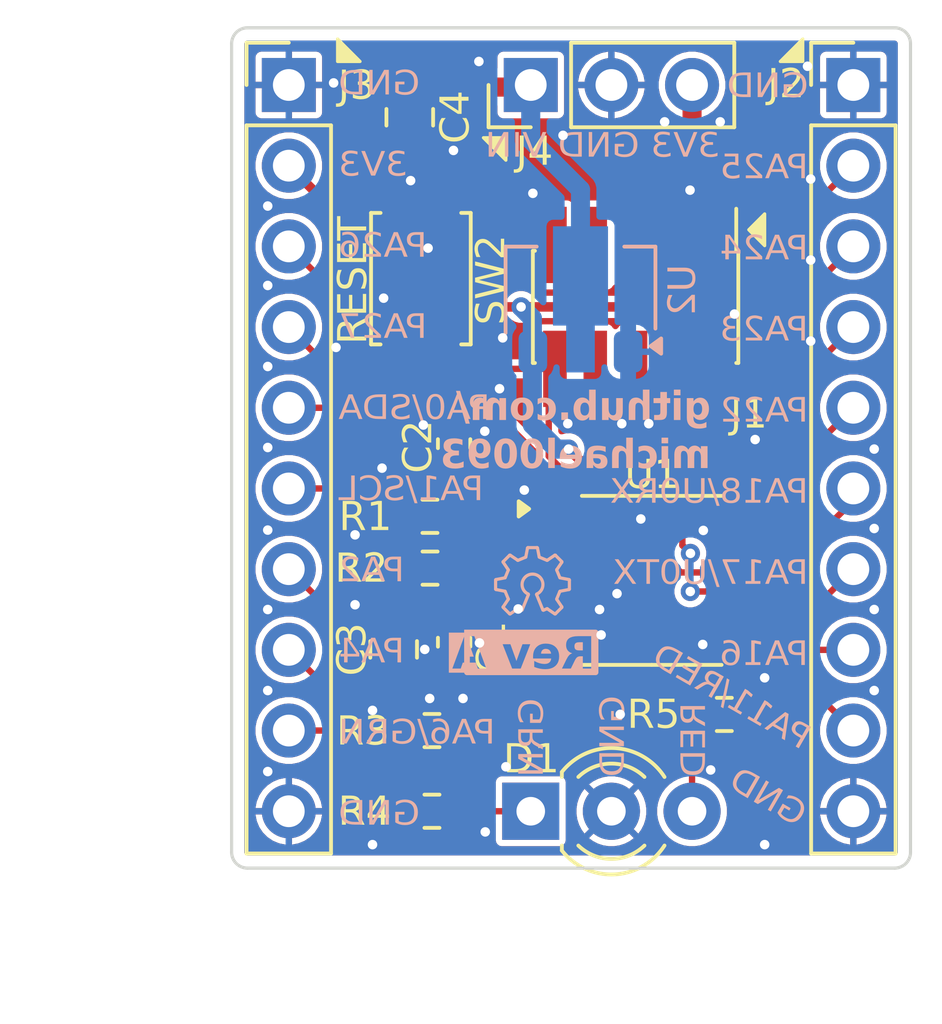
<source format=kicad_pcb>
(kicad_pcb (version 20241229) (generator "pcbnew") (generator_version "9.0")
  (layers (0 "F.Cu" signal) (2 "B.Cu" signal) (13 "F.Paste" user) (15 "B.Paste" user) (5 "F.SilkS" user "F.Silkscreen") (7 "B.SilkS" user "B.Silkscreen") (1 "F.Mask" user) (3 "B.Mask" user) (25 "Edge.Cuts" user))
  (net 0 "")
  (net 1 "+3.3V")
  (net 2 "GND")
  (net 3 "Net-(U1-VCORE)")
  (net 4 "VIN")
  (net 5 "Net-(D1-A2)")
  (net 6 "Net-(D1-A1)")
  (net 7 "Net-(J1-SWCLK{slash}TCK)")
  (net 8 "Net-(J1-SWDIO{slash}TMS)")
  (net 10 "/I2C0_SCL")
  (net 14 "/PA23")
  (net 15 "/PA25")
  (net 16 "/PA22")
  (net 17 "/UART0_TX")
  (net 18 "/PA26")
  (net 19 "/UART0_RX")
  (net 20 "/PA24")
  (net 21 "/PA16")
  (net 22 "/PA4")
  (net 23 "/PA2")
  (net 24 "/LED-RED")
  (net 25 "/PA27")
  (net 26 "/LED-GRN")
  (net 27 "/I2C0_SDA")
  (footprint "Capacitor_SMD:C_0805_2012Metric" (layer "F.Cu") (at 147.0152 94.255363 -90)
    (property "Reference" "C3" (at 0 1.2652 90) (layer "F.SilkS") (effects (font (size 0.9 0.9) (thickness 0.8))))
    (property "Value" "10uF")
    (fp_line (start -0.261253 0.735) (end 0.261253 0.735) (stroke (width 0.12)) (layer "F.SilkS"))
    (fp_line (start -0.261253 -0.735) (end 0.261253 -0.735) (stroke (width 0.12)) (layer "F.SilkS"))
    (pad "1" smd roundrect (at -0.949999 0 270) (size 1 1.45) (layers "F.Cu" "F.Mask" "F.Paste") (net 1 "+3.3V"))
    (pad "2" smd roundrect (at 0.949999 0 270) (size 1 1.45) (layers "F.Cu" "F.Mask" "F.Paste") (net 2 "GND"))
  )
  (footprint "Connector_PinHeader_2.54mm:PinHeader_1x03_P2.54mm_Vertical" (layer "F.Cu") (at 151.3332 76.48973 90)
    (property "Reference" "J4" (at -2.13527 0.1168 180) (layer "F.SilkS") (effects (font (size 0.9 0.9) (thickness 0.8))))
    (property "Value" "Conn_01x03_Pin")
    (fp_line (start -1.33 -1.33) (end 0 -1.33) (stroke (width 0.12)) (layer "F.SilkS"))
    (fp_line (start -1.33 0) (end -1.33 -1.33) (stroke (width 0.12)) (layer "F.SilkS"))
    (fp_line (start 1.33 1.270001) (end 1.33 6.409999) (stroke (width 0.12)) (layer "F.SilkS"))
    (fp_line (start -1.33 1.270001) (end 1.33 1.270001) (stroke (width 0.12)) (layer "F.SilkS"))
    (fp_line (start -1.33 1.270001) (end -1.33 6.409999) (stroke (width 0.12)) (layer "F.SilkS"))
    (fp_line (start -1.33 6.409999) (end 1.33 6.409999) (stroke (width 0.12)) (layer "F.SilkS"))
    (pad "1" thru_hole rect (at 0 0 90) (size 1.7 1.7) (drill 1) (layers "*.Cu" "*.Mask") (net 4 "VIN"))
    (pad "2" thru_hole oval (at 0 2.54 90) (size 1.7 1.7) (drill 1) (layers "*.Cu" "*.Mask") (net 2 "GND"))
    (pad "3" thru_hole oval (at 0 5.079999 90) (size 1.7 1.7) (drill 1) (layers "*.Cu" "*.Mask") (net 1 "+3.3V"))
  )
  (footprint "Button_Switch_SMD:SW_Push_SPST_NO_Alps_SKRK" (layer "F.Cu") (at 147.873458 82.58573 -90)
    (property "Reference" "SW2" (at 0.03927 -2.25 90) (layer "F.SilkS") (effects (font (size 0.9 0.9) (thickness 0.8))))
    (property "Value" "SW_Push")
    (fp_line (start -2.07 1.57) (end -2.07 1.270001) (stroke (width 0.12)) (layer "F.SilkS"))
    (fp_line (start 2.07 1.57) (end -2.07 1.57) (stroke (width 0.12)) (layer "F.SilkS"))
    (fp_line (start 2.07 1.270001) (end 2.07 1.57) (stroke (width 0.12)) (layer "F.SilkS"))
    (fp_line (start -2.07 -1.270001) (end -2.07 -1.57) (stroke (width 0.12)) (layer "F.SilkS"))
    (fp_line (start -2.07 -1.57) (end 2.07 -1.57) (stroke (width 0.12)) (layer "F.SilkS"))
    (fp_line (start 2.07 -1.57) (end 2.07 -1.270001) (stroke (width 0.12)) (layer "F.SilkS"))
    (pad "1" smd roundrect (at -2.1 0 270) (size 0.8 2) (layers "F.Cu" "F.Mask" "F.Paste") (net 2 "GND"))
    (pad "2" smd roundrect (at 2.1 0 270) (size 0.8 2) (layers "F.Cu" "F.Mask" "F.Paste") (net 10 "/I2C0_SCL"))
  )
  (footprint "LED_THT:LED_D3.0mm-3" (layer "F.Cu") (at 151.3332 99.34973)
    (property "Reference" "D1" (at 0.0168 -1.59973 0) (layer "F.SilkS") (effects (font (size 0.9 0.9) (thickness 0.8))))
    (property "Value" "LED_Dual_AKA")
    (fp_line (start 0.98 -1.236) (end 0.98 -1.08) (stroke (width 0.12)) (layer "F.SilkS"))
    (fp_line (start 0.98 1.08) (end 0.98 1.236) (stroke (width 0.12)) (layer "F.SilkS"))
    (fp_arc (start 0.98 -1.235516) (mid 2.636487 -1.987659) (end 4.212335 -1.078608) (stroke (width 0.12)) (layer "F.SilkS"))
    (fp_arc (start 1.499039 -1.08) (mid 2.540117 -1.5) (end 3.58113 -1.079837) (stroke (width 0.12)) (layer "F.SilkS"))
    (fp_arc (start 3.58113 1.079837) (mid 2.540117 1.5) (end 1.499039 1.08) (stroke (width 0.12)) (layer "F.SilkS"))
    (fp_arc (start 4.212335 1.078608) (mid 2.636487 1.987659) (end 0.98 1.235516) (stroke (width 0.12)) (layer "F.SilkS"))
    (pad "1" thru_hole rect (at 0 0) (size 1.8 1.8) (drill 0.9) (layers "*.Cu" "*.Mask") (net 6 "Net-(D1-A1)"))
    (pad "2" thru_hole circle (at 2.54 0) (size 1.8 1.8) (drill 0.9) (layers "*.Cu" "*.Mask") (net 2 "GND"))
    (pad "3" thru_hole circle (at 5.08 0) (size 1.8 1.8) (drill 0.9) (layers "*.Cu" "*.Mask") (net 5 "Net-(D1-A2)"))
  )
  (footprint "Package_SO:TSSOP-20_4.4x5mm_P0.5mm" (layer "F.Cu") (at 155.1432 92.08273)
    (property "Reference" "U1" (at 0.0068 -3.28273 0) (layer "F.SilkS") (effects (font (size 0.9 0.9) (thickness 0.8))))
    (property "Value" "MSPM0C1105")
    (fp_line (start 0 -2.66) (end -2.2 -2.66) (stroke (width 0.12)) (layer "F.SilkS"))
    (fp_line (start 0 -2.66) (end 2.2 -2.66) (stroke (width 0.12)) (layer "F.SilkS"))
    (fp_line (start 0 2.66) (end -2.2 2.66) (stroke (width 0.12)) (layer "F.SilkS"))
    (fp_line (start 0 2.66) (end 2.2 2.66) (stroke (width 0.12)) (layer "F.SilkS"))
    (fp_poly (pts (xy -3.86 -2.25) (xy -4.19 -2.49) (xy -4.19 -2.01) (xy -3.86 -2.25)) (stroke (width 0.12)) (fill yes) (layer "F.SilkS"))
    (pad "1" smd roundrect (at -2.8625 -2.25) (size 1.475 0.3) (layers "F.Cu" "F.Mask" "F.Paste") (net 18 "/PA26"))
    (pad "2" smd roundrect (at -2.8625 -1.75) (size 1.475 0.3) (layers "F.Cu" "F.Mask" "F.Paste") (net 25 "/PA27"))
    (pad "3" smd roundrect (at -2.8625 -1.25) (size 1.475 0.3) (layers "F.Cu" "F.Mask" "F.Paste") (net 3 "Net-(U1-VCORE)"))
    (pad "4" smd roundrect (at -2.8625 -0.75) (size 1.475 0.3) (layers "F.Cu" "F.Mask" "F.Paste") (net 27 "/I2C0_SDA"))
    (pad "5" smd roundrect (at -2.8625 -0.25) (size 1.475 0.3) (layers "F.Cu" "F.Mask" "F.Paste") (net 10 "/I2C0_SCL"))
    (pad "6" smd roundrect (at -2.8625 0.25) (size 1.475 0.3) (layers "F.Cu" "F.Mask" "F.Paste") (net 1 "+3.3V"))
    (pad "7" smd roundrect (at -2.8625 0.75) (size 1.475 0.3) (layers "F.Cu" "F.Mask" "F.Paste") (net 2 "GND"))
    (pad "8" smd roundrect (at -2.8625 1.25) (size 1.475 0.3) (layers "F.Cu" "F.Mask" "F.Paste") (net 23 "/PA2"))
    (pad "9" smd roundrect (at -2.8625 1.75) (size 1.475 0.3) (layers "F.Cu" "F.Mask" "F.Paste") (net 22 "/PA4"))
    (pad "10" smd roundrect (at -2.8625 2.25) (size 1.475 0.3) (layers "F.Cu" "F.Mask" "F.Paste") (net 26 "/LED-GRN"))
    (pad "11" smd roundrect (at 2.8625 2.25) (size 1.475 0.3) (layers "F.Cu" "F.Mask" "F.Paste") (net 24 "/LED-RED"))
    (pad "12" smd roundrect (at 2.8625 1.75) (size 1.475 0.3) (layers "F.Cu" "F.Mask" "F.Paste") (net 21 "/PA16"))
    (pad "13" smd roundrect (at 2.8625 1.25) (size 1.475 0.3) (layers "F.Cu" "F.Mask" "F.Paste") (net 17 "/UART0_TX"))
    (pad "14" smd roundrect (at 2.8625 0.75) (size 1.475 0.3) (layers "F.Cu" "F.Mask" "F.Paste") (net 19 "/UART0_RX"))
    (pad "15" smd roundrect (at 2.8625 0.25) (size 1.475 0.3) (layers "F.Cu" "F.Mask" "F.Paste") (net 8 "Net-(J1-SWDIO{slash}TMS)"))
    (pad "16" smd roundrect (at 2.8625 -0.25) (size 1.475 0.3) (layers "F.Cu" "F.Mask" "F.Paste") (net 7 "Net-(J1-SWCLK{slash}TCK)"))
    (pad "17" smd roundrect (at 2.8625 -0.75) (size 1.475 0.3) (layers "F.Cu" "F.Mask" "F.Paste") (net 16 "/PA22"))
    (pad "18" smd roundrect (at 2.8625 -1.25) (size 1.475 0.3) (layers "F.Cu" "F.Mask" "F.Paste") (net 14 "/PA23"))
    (pad "19" smd roundrect (at 2.8625 -1.75) (size 1.475 0.3) (layers "F.Cu" "F.Mask" "F.Paste") (net 20 "/PA24"))
    (pad "20" smd roundrect (at 2.8625 -2.25) (size 1.475 0.3) (layers "F.Cu" "F.Mask" "F.Paste") (net 15 "/PA25"))
  )
  (footprint "Capacitor_SMD:C_0805_2012Metric" (layer "F.Cu") (at 147.5232 77.50573 -90)
    (property "Reference" "C4" (at -0.00573 -1.4768 90) (layer "F.SilkS") (effects (font (size 0.9 0.9) (thickness 0.8))))
    (property "Value" "10uF")
    (fp_line (start -0.261253 0.735) (end 0.261253 0.735) (stroke (width 0.12)) (layer "F.SilkS"))
    (fp_line (start -0.261253 -0.735) (end 0.261253 -0.735) (stroke (width 0.12)) (layer "F.SilkS"))
    (pad "1" smd roundrect (at -0.949999 0 270) (size 1 1.45) (layers "F.Cu" "F.Mask" "F.Paste") (net 4 "VIN"))
    (pad "2" smd roundrect (at 0.949999 0 270) (size 1 1.45) (layers "F.Cu" "F.Mask" "F.Paste") (net 2 "GND"))
  )
  (footprint "Resistor_SMD:R_0603_1608Metric" (layer "F.Cu") (at 148.2222 99.34973 180)
    (property "Reference" "R4" (at 2.1222 -0.05027 0) (layer "F.SilkS") (effects (font (size 0.9 0.9) (thickness 0.8))))
    (property "Value" "150R")
    (fp_line (start -0.237258 0.5225) (end 0.237258 0.5225) (stroke (width 0.12)) (layer "F.SilkS"))
    (fp_line (start -0.237258 -0.5225) (end 0.237258 -0.5225) (stroke (width 0.12)) (layer "F.SilkS"))
    (pad "1" smd roundrect (at -0.825 0 180) (size 0.8 0.95) (layers "F.Cu" "F.Mask" "F.Paste") (net 6 "Net-(D1-A1)"))
    (pad "2" smd roundrect (at 0.825 0 180) (size 0.8 0.95) (layers "F.Cu" "F.Mask" "F.Paste") (net 26 "/LED-GRN"))
  )
  (footprint "Resistor_SMD:R_0603_1608Metric" (layer "F.Cu") (at 157.4292 96.30173)
    (property "Reference" "R5" (at -2.2292 0.04827 0) (layer "F.SilkS") (effects (font (size 0.9 0.9) (thickness 0.8))))
    (property "Value" "180R")
    (fp_line (start -0.237258 -0.5225) (end 0.237258 -0.5225) (stroke (width 0.12)) (layer "F.SilkS"))
    (fp_line (start -0.237258 0.5225) (end 0.237258 0.5225) (stroke (width 0.12)) (layer "F.SilkS"))
    (pad "1" smd roundrect (at -0.825 0) (size 0.8 0.95) (layers "F.Cu" "F.Mask" "F.Paste") (net 5 "Net-(D1-A2)"))
    (pad "2" smd roundrect (at 0.825 0) (size 0.8 0.95) (layers "F.Cu" "F.Mask" "F.Paste") (net 24 "/LED-RED"))
  )
  (footprint "Capacitor_SMD:C_0603_1608Metric" (layer "F.Cu") (at 148.9202 87.77973 90)
    (property "Reference" "C2" (at -0.09527 -1.0952 90) (layer "F.SilkS") (effects (font (size 0.9 0.9) (thickness 0.8))))
    (property "Value" "0.47uF")
    (fp_line (start -0.140581 -0.51) (end 0.140581 -0.51) (stroke (width 0.12)) (layer "F.SilkS"))
    (fp_line (start -0.140581 0.51) (end 0.140581 0.51) (stroke (width 0.12)) (layer "F.SilkS"))
    (pad "1" smd roundrect (at -0.775 0 90) (size 0.9 0.95) (layers "F.Cu" "F.Mask" "F.Paste") (net 3 "Net-(U1-VCORE)"))
    (pad "2" smd roundrect (at 0.775 0 90) (size 0.9 0.95) (layers "F.Cu" "F.Mask" "F.Paste") (net 2 "GND"))
  )
  (footprint "Capacitor_SMD:C_0603_1608Metric" (layer "F.Cu") (at 148.9202 94.02873 -90)
    (property "Reference" "C1" (at 0.17127 -1.2298 90) (layer "F.SilkS") (effects (font (size 0.9 0.9) (thickness 0.8))))
    (property "Value" "100nF")
    (fp_line (start -0.140581 0.51) (end 0.140581 0.51) (stroke (width 0.12)) (layer "F.SilkS"))
    (fp_line (start -0.140581 -0.51) (end 0.140581 -0.51) (stroke (width 0.12)) (layer "F.SilkS"))
    (pad "1" smd roundrect (at -0.775 0 270) (size 0.9 0.95) (layers "F.Cu" "F.Mask" "F.Paste") (net 1 "+3.3V"))
    (pad "2" smd roundrect (at 0.775 0 270) (size 0.9 0.95) (layers "F.Cu" "F.Mask" "F.Paste") (net 2 "GND"))
  )
  (footprint "Resistor_SMD:R_0603_1608Metric" (layer "F.Cu") (at 148.2222 96.80973)
    (property "Reference" "R3" (at -2.1722 0.06527 0) (layer "F.SilkS") (effects (font (size 0.9 0.9) (thickness 0.8))))
    (property "Value" "NF")
    (fp_line (start -0.237258 -0.5225) (end 0.237258 -0.5225) (stroke (width 0.12)) (layer "F.SilkS"))
    (fp_line (start -0.237258 0.5225) (end 0.237258 0.5225) (stroke (width 0.12)) (layer "F.SilkS"))
    (pad "1" smd roundrect (at -0.825 0) (size 0.8 0.95) (layers "F.Cu" "F.Mask" "F.Paste") (net 2 "GND"))
    (pad "2" smd roundrect (at 0.825 0) (size 0.8 0.95) (layers "F.Cu" "F.Mask" "F.Paste") (net 23 "/PA2"))
  )
  (footprint "Connector_PinHeader_1.27mm:PinHeader_2x05_P1.27mm_Vertical_SMD" (layer "F.Cu") (at 154.6352 83.47473 -90)
    (property "Reference" "J1" (at 3.42527 -3.5648 0) (layer "F.SilkS") (effects (font (size 0.9 0.9) (thickness 0.8))))
    (property "Value" "Conn_ARM_JTAG_SWD_10")
    (fp_line (start -1.765 3.235) (end 1.765 3.235) (stroke (width 0.12)) (layer "F.SilkS"))
    (fp_line (start -1.765 3.17) (end -1.765 3.235) (stroke (width 0.12)) (layer "F.SilkS"))
    (fp_line (start 1.765 3.17) (end 1.765 3.235) (stroke (width 0.12)) (layer "F.SilkS"))
    (fp_line (start -3.09 -3.17) (end -1.765 -3.17) (stroke (width 0.12)) (layer "F.SilkS"))
    (fp_line (start -1.765 -3.235) (end -1.765 -3.17) (stroke (width 0.12)) (layer "F.SilkS"))
    (fp_line (start -1.765 -3.235) (end 1.765 -3.235) (stroke (width 0.12)) (layer "F.SilkS"))
    (fp_line (start 1.765 -3.235) (end 1.765 -3.17) (stroke (width 0.12)) (layer "F.SilkS"))
    (pad "1" smd rect (at -1.95 -2.54 270) (size 2.4 0.74) (layers "F.Cu" "F.Mask" "F.Paste") (net 1 "+3.3V"))
    (pad "2" smd rect (at 1.95 -2.54 270) (size 2.4 0.74) (layers "F.Cu" "F.Mask" "F.Paste") (net 8 "Net-(J1-SWDIO{slash}TMS)"))
    (pad "3" smd rect (at -1.95 -1.27 270) (size 2.4 0.74) (layers "F.Cu" "F.Mask" "F.Paste") (net 2 "GND"))
    (pad "4" smd rect (at 1.95 -1.27 270) (size 2.4 0.74) (layers "F.Cu" "F.Mask" "F.Paste") (net 7 "Net-(J1-SWCLK{slash}TCK)"))
    (pad "5" smd rect (at -1.95 0 270) (size 2.4 0.74) (layers "F.Cu" "F.Mask" "F.Paste") (net 2 "GND"))
    (pad "6" smd rect (at 1.95 0 270) (size 2.4 0.74) (layers "F.Cu" "F.Mask" "F.Paste"))
    (pad "7" smd rect (at -1.95 1.27 270) (size 2.4 0.74) (layers "F.Cu" "F.Mask" "F.Paste"))
    (pad "8" smd rect (at 1.95 1.27 270) (size 2.4 0.74) (layers "F.Cu" "F.Mask" "F.Paste"))
    (pad "9" smd rect (at -1.95 2.54 270) (size 2.4 0.74) (layers "F.Cu" "F.Mask" "F.Paste"))
    (pad "10" smd rect (at 1.95 2.54 270) (size 2.4 0.74) (layers "F.Cu" "F.Mask" "F.Paste") (net 10 "/I2C0_SCL"))
  )
  (footprint "Resistor_SMD:R_0603_1608Metric" (layer "F.Cu") (at 148.161941 91.697377)
    (property "Reference" "R2" (at -2.161941 0.052623 0) (layer "F.SilkS") (effects (font (size 0.9 0.9) (thickness 0.8))))
    (property "Value" "4k7")
    (fp_line (start -0.237258 -0.5225) (end 0.237258 -0.5225) (stroke (width 0.12)) (layer "F.SilkS"))
    (fp_line (start -0.237258 0.5225) (end 0.237258 0.5225) (stroke (width 0.12)) (layer "F.SilkS"))
    (pad "1" smd roundrect (at -0.825 0) (size 0.8 0.95) (layers "F.Cu" "F.Mask" "F.Paste") (net 1 "+3.3V"))
    (pad "2" smd roundrect (at 0.825 0) (size 0.8 0.95) (layers "F.Cu" "F.Mask" "F.Paste") (net 10 "/I2C0_SCL"))
  )
  (footprint "Connector_PinHeader_2.54mm:PinHeader_1x10_P2.54mm_Vertical" (layer "F.Cu") (at 161.4932 76.48973)
    (property "Reference" "J2" (at -2.1182 0.01027 0) (layer "F.SilkS") (effects (font (size 0.9 0.9) (thickness 0.8))))
    (property "Value" "Conn_01x10_Pin")
    (fp_line (start -1.33 -1.33) (end 0 -1.33) (stroke (width 0.12)) (layer "F.SilkS"))
    (fp_line (start -1.33 0) (end -1.33 -1.33) (stroke (width 0.12)) (layer "F.SilkS"))
    (fp_line (start -1.33 1.27) (end -1.33 24.19) (stroke (width 0.12)) (layer "F.SilkS"))
    (fp_line (start -1.33 1.27) (end 1.33 1.27) (stroke (width 0.12)) (layer "F.SilkS"))
    (fp_line (start -1.33 24.19) (end 1.33 24.19) (stroke (width 0.12)) (layer "F.SilkS"))
    (fp_line (start 1.33 1.27) (end 1.33 24.19) (stroke (width 0.12)) (layer "F.SilkS"))
    (pad "1" thru_hole rect (at 0 0) (size 1.7 1.7) (drill 1) (layers "*.Cu" "*.Mask") (net 2 "GND"))
    (pad "2" thru_hole oval (at 0 2.54) (size 1.7 1.7) (drill 1) (layers "*.Cu" "*.Mask") (net 15 "/PA25"))
    (pad "3" thru_hole oval (at 0 5.08) (size 1.7 1.7) (drill 1) (layers "*.Cu" "*.Mask") (net 20 "/PA24"))
    (pad "4" thru_hole oval (at 0 7.62) (size 1.7 1.7) (drill 1) (layers "*.Cu" "*.Mask") (net 14 "/PA23"))
    (pad "5" thru_hole oval (at 0 10.16) (size 1.7 1.7) (drill 1) (layers "*.Cu" "*.Mask") (net 16 "/PA22"))
    (pad "6" thru_hole oval (at 0 12.7) (size 1.7 1.7) (drill 1) (layers "*.Cu" "*.Mask") (net 19 "/UART0_RX"))
    (pad "7" thru_hole oval (at 0 15.24) (size 1.7 1.7) (drill 1) (layers "*.Cu" "*.Mask") (net 17 "/UART0_TX"))
    (pad "8" thru_hole oval (at 0 17.78) (size 1.7 1.7) (drill 1) (layers "*.Cu" "*.Mask") (net 21 "/PA16"))
    (pad "9" thru_hole oval (at 0 20.32) (size 1.7 1.7) (drill 1) (layers "*.Cu" "*.Mask") (net 24 "/LED-RED"))
    (pad "10" thru_hole oval (at 0 22.86) (size 1.7 1.7) (drill 1) (layers "*.Cu" "*.Mask") (net 2 "GND"))
  )
  (footprint "Connector_PinHeader_2.54mm:PinHeader_1x10_P2.54mm_Vertical" (layer "F.Cu") (at 143.7132 76.48973)
    (property "Reference" "J3" (at 2.1368 0.06027 0) (layer "F.SilkS") (effects (font (size 0.9 0.9) (thickness 0.8))))
    (property "Value" "Conn_01x10_Pin")
    (fp_line (start -1.33 -1.33) (end 0 -1.33) (stroke (width 0.12)) (layer "F.SilkS"))
    (fp_line (start -1.33 0) (end -1.33 -1.33) (stroke (width 0.12)) (layer "F.SilkS"))
    (fp_line (start -1.33 1.27) (end -1.33 24.19) (stroke (width 0.12)) (layer "F.SilkS"))
    (fp_line (start -1.33 1.27) (end 1.33 1.27) (stroke (width 0.12)) (layer "F.SilkS"))
    (fp_line (start -1.33 24.19) (end 1.33 24.19) (stroke (width 0.12)) (layer "F.SilkS"))
    (fp_line (start 1.33 1.27) (end 1.33 24.19) (stroke (width 0.12)) (layer "F.SilkS"))
    (pad "1" thru_hole rect (at 0 0) (size 1.7 1.7) (drill 1) (layers "*.Cu" "*.Mask") (net 2 "GND"))
    (pad "2" thru_hole oval (at 0 2.54) (size 1.7 1.7) (drill 1) (layers "*.Cu" "*.Mask") (net 1 "+3.3V"))
    (pad "3" thru_hole oval (at 0 5.08) (size 1.7 1.7) (drill 1) (layers "*.Cu" "*.Mask") (net 18 "/PA26"))
    (pad "4" thru_hole oval (at 0 7.62) (size 1.7 1.7) (drill 1) (layers "*.Cu" "*.Mask") (net 25 "/PA27"))
    (pad "5" thru_hole oval (at 0 10.16) (size 1.7 1.7) (drill 1) (layers "*.Cu" "*.Mask") (net 27 "/I2C0_SDA"))
    (pad "6" thru_hole oval (at 0 12.7) (size 1.7 1.7) (drill 1) (layers "*.Cu" "*.Mask") (net 10 "/I2C0_SCL"))
    (pad "7" thru_hole oval (at 0 15.24) (size 1.7 1.7) (drill 1) (layers "*.Cu" "*.Mask") (net 23 "/PA2"))
    (pad "8" thru_hole oval (at 0 17.78) (size 1.7 1.7) (drill 1) (layers "*.Cu" "*.Mask") (net 22 "/PA4"))
    (pad "9" thru_hole oval (at 0 20.32) (size 1.7 1.7) (drill 1) (layers "*.Cu" "*.Mask") (net 26 "/LED-GRN"))
    (pad "10" thru_hole oval (at 0 22.86) (size 1.7 1.7) (drill 1) (layers "*.Cu" "*.Mask") (net 2 "GND"))
  )
  (footprint "Resistor_SMD:R_0603_1608Metric" (layer "F.Cu") (at 148.158831 90.06573)
    (property "Reference" "R1" (at -2.033831 0.05927 0) (layer "F.SilkS") (effects (font (size 0.9 0.9) (thickness 0.8))))
    (property "Value" "4k7")
    (fp_line (start -0.237258 -0.5225) (end 0.237258 -0.5225) (stroke (width 0.12)) (layer "F.SilkS"))
    (fp_line (start -0.237258 0.5225) (end 0.237258 0.5225) (stroke (width 0.12)) (layer "F.SilkS"))
    (pad "1" smd roundrect (at -0.825 0) (size 0.8 0.95) (layers "F.Cu" "F.Mask" "F.Paste") (net 1 "+3.3V"))
    (pad "2" smd roundrect (at 0.825 0) (size 0.8 0.95) (layers "F.Cu" "F.Mask" "F.Paste") (net 27 "/I2C0_SDA"))
  )
  (footprint "Package_TO_SOT_SMD:SOT-89-3" (layer "B.Cu") (at 152.9 82.9375 90)
    (property "Reference" "U2" (at -0.0125 3.25 270) (layer "B.SilkS") (effects (font (size 0.85 0.85)) (justify mirror)))
    (property "Value" "BL8565CC3BTR33")
    (fp_line (start 1.36 -2.36) (end -1.36 -2.36) (stroke (width 0.12)) (layer "B.SilkS"))
    (fp_line (start 1.36 -1.38) (end 1.36 -2.36) (stroke (width 0.12)) (layer "B.SilkS"))
    (fp_line (start 1.36 1.38) (end 1.36 2.36) (stroke (width 0.12)) (layer "B.SilkS"))
    (fp_line (start -1.22 2.36) (end 1.36 2.36) (stroke (width 0.12)) (layer "B.SilkS"))
    (fp_poly (pts (xy -1.77 2.21) (xy -2.01 2.54) (xy -1.53 2.54) (xy -1.77 2.21)) (stroke (width 0.12)) (fill yes) (layer "B.SilkS"))
    (pad "1" smd roundrect (at -1.95 1.5 90) (size 1.3 0.9) (layers "B.Cu" "B.Mask" "B.Paste") (net 2 "GND"))
    (pad "2" smd custom (at -1.8625 0 90) (size 1.475 0.9) (layers "B.Cu" "B.Mask" "B.Paste") (net 4 "VIN") (options (clearance outline) (anchor rect)) (primitives (gr_poly (pts (xy 3.8625 -0.8665) (xy 0.7375 -0.8665) (xy 0.7375 0.8665) (xy 3.8625 0.8665)) (width 0) (fill yes))))
    (pad "3" smd roundrect (at -1.95 -1.5 90) (size 1.3 0.9) (layers "B.Cu" "B.Mask" "B.Paste") (net 1 "+3.3V"))
  )
  (gr_poly (pts (xy 150.55 78.857107) (xy 149.842893 78.15) (xy 150.55 78.15)) (stroke (width 0.1)) (fill yes) (layer "F.SilkS"))
  (gr_poly (pts (xy 159.192893 75.75) (xy 159.9 75.042893) (xy 159.9 75.75)) (stroke (width 0.1)) (fill yes) (layer "F.SilkS"))
  (gr_poly (pts (xy 158.7 80.54723) (xy 158.7 81.54723) (xy 158.2 81.04723)) (stroke (width 0.1)) (fill yes) (layer "F.SilkS"))
  (gr_poly (pts (xy 145.25 75.042893) (xy 145.957107 75.75) (xy 145.25 75.75)) (stroke (width 0.1)) (fill yes) (layer "F.SilkS"))
  (gr_arc (start 152.10956 93.135579) (mid 152.099834 93.139982) (end 152.089643 93.136799) (stroke (width 0.1)) (layer "B.SilkS"))
  (gr_arc (start 151.061996 93.012945) (mid 151.053467 93.021332) (end 151.041515 93.020862) (stroke (width 0.1)) (layer "B.SilkS"))
  (gr_line (start 150.466427 91.492346) (end 150.667227 91.291546) (stroke (width 0.1)) (layer "B.SilkS"))
  (gr_arc (start 152.151787 91.76075) (mid 152.150694 91.753404) (end 152.15324 91.746427) (stroke (width 0.1)) (layer "B.SilkS"))
  (gr_line (start 151.041515 93.020862) (end 150.934864 92.976687) (stroke (width 0.1)) (layer "B.SilkS"))
  (gr_arc (start 150.667227 91.291546) (mid 150.676396 91.287249) (end 150.686213 91.28973) (stroke (width 0.1)) (layer "B.SilkS"))
  (gr_line (start 152.259459 92.00306) (end 152.538157 92.056828) (stroke (width 0.1)) (layer "B.SilkS"))
  (gr_line (start 151.841231 92.976965) (end 151.734493 93.021177) (stroke (width 0.1)) (layer "B.SilkS"))
  (gr_arc (start 152.153178 92.680655) (mid 152.150698 92.673981) (end 152.151572 92.666915) (stroke (width 0.1)) (layer "B.SilkS"))
  (gr_arc (start 152.248427 92.433084) (mid 152.252616 92.427357) (end 152.258961 92.424181) (stroke (width 0.1)) (layer "B.SilkS"))
  (gr_line (start 150.623626 91.746544) (end 150.464577 91.511456) (stroke (width 0.1)) (layer "B.SilkS"))
  (gr_arc (start 150.625017 92.666481) (mid 150.626071 92.673755) (end 150.62358 92.680669) (stroke (width 0.1)) (layer "B.SilkS"))
  (gr_arc (start 152.312227 92.915744) (mid 152.314726 92.925563) (end 152.31041 92.934729) (stroke (width 0.1)) (layer "B.SilkS"))
  (gr_arc (start 151.734493 93.021177) (mid 151.722566 93.021055) (end 151.714496 93.012272) (stroke (width 0.1)) (layer "B.SilkS"))
  (gr_arc (start 152.090534 91.289744) (mid 152.100384 91.287207) (end 152.109559 91.291599) (stroke (width 0.1)) (layer "B.SilkS"))
  (gr_arc (start 151.60782 91.353498) (mid 151.602189 91.349383) (end 151.599025 91.343168) (stroke (width 0.1)) (layer "B.SilkS"))
  (gr_arc (start 152.538157 92.056828) (mid 152.547031 92.062241) (end 152.550289 92.072111) (stroke (width 0.1)) (layer "B.SilkS"))
  (gr_line (start 151.545133 91.063825) (end 151.599025 91.343168) (stroke (width 0.1)) (layer "B.SilkS"))
  (gr_line (start 150.92138 92.978313) (end 150.686228 93.137405) (stroke (width 0.1)) (layer "B.SilkS"))
  (gr_arc (start 150.935465 91.450209) (mid 150.928202 91.451296) (end 150.921306 91.448773) (stroke (width 0.1)) (layer "B.SilkS"))
  (gr_line (start 152.109559 91.291599) (end 152.109576 91.291582) (stroke (width 0.1)) (layer "B.SilkS"))
  (gr_line (start 152.537412 92.370461) (end 152.258961 92.424181) (stroke (width 0.1)) (layer "B.SilkS"))
  (gr_arc (start 151.517985 92.530986) (mid 151.517913 92.519823) (end 151.525626 92.511753) (stroke (width 0.1)) (layer "B.SilkS"))
  (gr_arc (start 151.251141 92.511753) (mid 151.258767 92.519954) (end 151.258714 92.531152) (stroke (width 0.1)) (layer "B.SilkS"))
  (gr_line (start 151.177874 91.342485) (end 151.231638 91.063806) (stroke (width 0.1)) (layer "B.SilkS"))
  (gr_arc (start 150.466392 92.934764) (mid 150.462031 92.92557) (end 150.464572 92.915717) (stroke (width 0.1)) (layer "B.SilkS"))
  (gr_line (start 152.311567 91.512377) (end 152.153226 91.746418) (stroke (width 0.1)) (layer "B.SilkS"))
  (gr_line (start 152.089643 93.136799) (end 151.855506 92.978394) (stroke (width 0.1)) (layer "B.SilkS"))
  (gr_arc (start 151.177874 91.342485) (mid 151.174746 91.349124) (end 151.16887 91.353521) (stroke (width 0.1)) (layer "B.SilkS"))
  (gr_line (start 150.466438 91.492357) (end 150.466427 91.492346) (stroke (width 0.1)) (layer "B.SilkS"))
  (gr_line (start 150.625017 92.666481) (end 150.528294 92.432974) (stroke (width 0.1)) (layer "B.SilkS"))
  (gr_line (start 152.550289 92.072111) (end 152.550289 92.355638) (stroke (width 0.1)) (layer "B.SilkS"))
  (gr_arc (start 151.855467 91.448777) (mid 151.849127 91.45121) (end 151.84236 91.450647) (stroke (width 0.1)) (layer "B.SilkS"))
  (gr_line (start 152.151787 91.76075) (end 152.248785 91.994923) (stroke (width 0.1)) (layer "B.SilkS"))
  (gr_arc (start 151.231638 91.063806) (mid 151.2368 91.055067) (end 151.246363 91.051667) (stroke (width 0.1)) (layer "B.SilkS"))
  (gr_line (start 150.238969 92.056759) (end 150.51728 92.003066) (stroke (width 0.1)) (layer "B.SilkS"))
  (gr_rect (start 149.325423 93.723825) (end 153.374577 94.976175) (stroke (width 0.18)) (fill no) (layer "B.SilkS"))
  (gr_line (start 151.60782 91.353498) (end 151.84236 91.450647) (stroke (width 0.1)) (layer "B.SilkS"))
  (gr_arc (start 152.259459 92.00306) (mid 152.253179 92.000229) (end 152.248785 91.994923) (stroke (width 0.1)) (layer "B.SilkS"))
  (gr_arc (start 150.517422 92.424107) (mid 150.523958 92.427192) (end 150.528294 92.432974) (stroke (width 0.1)) (layer "B.SilkS"))
  (gr_arc (start 150.52836 91.994013) (mid 150.523968 91.999941) (end 150.517278 92.003054) (stroke (width 0.1)) (layer "B.SilkS"))
  (gr_line (start 151.258714 92.531152) (end 151.061996 93.012945) (stroke (width 0.1)) (layer "B.SilkS"))
  (gr_arc (start 150.464577 91.511456) (mid 150.462062 91.501571) (end 150.466438 91.492357) (stroke (width 0.1)) (layer "B.SilkS"))
  (gr_line (start 150.226478 92.354725) (end 150.226478 92.071538) (stroke (width 0.1)) (layer "B.SilkS"))
  (gr_arc (start 150.226478 92.071538) (mid 150.230056 92.061894) (end 150.238969 92.056759) (stroke (width 0.1)) (layer "B.SilkS"))
  (gr_line (start 150.517422 92.424107) (end 150.238666 92.370328) (stroke (width 0.1)) (layer "B.SilkS"))
  (gr_arc (start 151.530419 91.051667) (mid 151.539939 91.055129) (end 151.545133 91.063825) (stroke (width 0.1)) (layer "B.SilkS"))
  (gr_arc (start 150.686228 93.137405) (mid 150.676115 93.139907) (end 150.666824 93.135196) (stroke (width 0.1)) (layer "B.SilkS"))
  (gr_arc (start 151.251141 92.511753) (mid 151.388383 91.885323) (end 151.525626 92.511753) (stroke (width 0.1)) (layer "B.SilkS"))
  (gr_line (start 150.935465 91.450209) (end 151.168873 91.353528) (stroke (width 0.1)) (layer "B.SilkS"))
  (gr_arc (start 152.550289 92.355638) (mid 152.546616 92.365452) (end 152.537412 92.370461) (stroke (width 0.1)) (layer "B.SilkS"))
  (gr_line (start 150.464572 92.915717) (end 150.464563 92.915711) (stroke (width 0.1)) (layer "B.SilkS"))
  (gr_line (start 150.517278 92.003054) (end 150.51728 92.003066) (stroke (width 0.1)) (layer "B.SilkS"))
  (gr_line (start 151.16887 91.353521) (end 151.168873 91.353528) (stroke (width 0.1)) (layer "B.SilkS"))
  (gr_line (start 152.248427 92.433084) (end 152.151572 92.666915) (stroke (width 0.1)) (layer "B.SilkS"))
  (gr_line (start 150.686213 91.28973) (end 150.921302 91.448779) (stroke (width 0.1)) (layer "B.SilkS"))
  (gr_arc (start 151.841231 92.976965) (mid 151.848548 92.975863) (end 151.855494 92.978412) (stroke (width 0.1)) (layer "B.SilkS"))
  (gr_line (start 152.15324 91.746427) (end 152.153226 91.746418) (stroke (width 0.1)) (layer "B.SilkS"))
  (gr_line (start 151.855494 92.978412) (end 151.855506 92.978394) (stroke (width 0.1)) (layer "B.SilkS"))
  (gr_arc (start 152.310426 91.492432) (mid 152.314766 91.502189) (end 152.311567 91.512377) (stroke (width 0.1)) (layer "B.SilkS"))
  (gr_line (start 150.52836 91.994013) (end 150.625444 91.759632) (stroke (width 0.1)) (layer "B.SilkS"))
  (gr_line (start 150.921306 91.448773) (end 150.921302 91.448779) (stroke (width 0.1)) (layer "B.SilkS"))
  (gr_line (start 152.31041 92.934729) (end 152.10956 93.135579) (stroke (width 0.1)) (layer "B.SilkS"))
  (gr_line (start 151.246363 91.051667) (end 151.530419 91.051667) (stroke (width 0.1)) (layer "B.SilkS"))
  (gr_arc (start 150.92138 92.978313) (mid 150.927929 92.975898) (end 150.934864 92.976687) (stroke (width 0.1)) (layer "B.SilkS"))
  (gr_line (start 152.109576 91.291582) (end 152.310426 91.492432) (stroke (width 0.1)) (layer "B.SilkS"))
  (gr_line (start 150.666824 93.135196) (end 150.466392 92.934764) (stroke (width 0.1)) (layer "B.SilkS"))
  (gr_line (start 151.714496 93.012272) (end 151.517985 92.530986) (stroke (width 0.1)) (layer "B.SilkS"))
  (gr_line (start 152.153178 92.680655) (end 152.312227 92.915744) (stroke (width 0.1)) (layer "B.SilkS"))
  (gr_arc (start 150.238666 92.370328) (mid 150.22962 92.364833) (end 150.226478 92.354725) (stroke (width 0.1)) (layer "B.SilkS"))
  (gr_arc (start 150.623626 91.746544) (mid 150.626034 91.75288) (end 150.625444 91.759632) (stroke (width 0.1)) (layer "B.SilkS"))
  (gr_line (start 150.464563 92.915711) (end 150.62358 92.680669) (stroke (width 0.1)) (layer "B.SilkS"))
  (gr_line (start 151.855467 91.448777) (end 152.090534 91.289744) (stroke (width 0.1)) (layer "B.SilkS"))
  (gr_line (start 162.7932 101.13973) (end 142.4132 101.13973) (stroke (width 0.1)) (layer "Edge.Cuts"))
  (gr_line (start 141.9132 100.63973) (end 141.9132 75.18973) (stroke (width 0.1)) (layer "Edge.Cuts"))
  (gr_arc (start 162.7932 74.68973) (mid 163.146743 74.836178) (end 163.2932 75.18973) (stroke (width 0.1)) (layer "Edge.Cuts"))
  (gr_line (start 163.2932 75.18973) (end 163.2932 100.63973) (stroke (width 0.1)) (layer "Edge.Cuts"))
  (gr_arc (start 141.9132 75.18973) (mid 142.059647 74.836177) (end 142.4132 74.68973) (stroke (width 0.1)) (layer "Edge.Cuts"))
  (gr_arc (start 163.2932 100.63973) (mid 163.146753 100.993283) (end 162.7932 101.13973) (stroke (width 0.1)) (layer "Edge.Cuts"))
  (gr_arc (start 142.4132 101.13973) (mid 142.059636 100.993285) (end 141.9132 100.63973) (stroke (width 0.1)) (layer "Edge.Cuts"))
  (gr_line (start 142.4132 74.68973) (end 162.7932 74.68973) (stroke (width 0.1)) (layer "Edge.Cuts"))
  (gr_text "RESET" (at 146.303458 84.65573 90) (layer "F.SilkS") (effects (font (size 0.9 0.9) (thickness 0.1)) (justify left bottom)))
  (gr_text "GND\n\n3V3\n\nPA26\n\nPA27\n\nPA0/SDA\n\nPA1/SCL\n\nPA2\n\nPA4\n\nPA6/GRN\n\nGND" (at 145.275 99.9 0) (layer "B.SilkS") (effects (font (size 0.76 0.8) (thickness 0.1)) (justify right bottom mirror)))
  (gr_text "GND\n\nPA25\n\nPA24\n\nPA23\n\nPA22\n\nPA18/U0RX\n\nPA17/U0TX\n\nPA16" (at 160.075 94.875 0) (layer "B.SilkS") (effects (font (size 0.76 0.8) (thickness 0.1)) (justify left bottom mirror)))
  (gr_text "GRN\n\nGND\n\nRED" (at 156.95 98.275 90) (layer "B.SilkS") (effects (font (size 0.76 0.8) (thickness 0.1)) (justify right bottom mirror)))
  (gr_text "Rev A" (at 153.365149 95.028372 -0) (layer "B.SilkS" knockout) (effects (font (size 1 1) (thickness 0.2) (bold yes)) (justify left bottom mirror)))
  (gr_text "3V3 GND VIN" (at 157.3 78.875 0) (layer "B.SilkS") (effects (font (size 0.76 0.8) (thickness 0.1)) (justify left bottom mirror)))
  (gr_text "github.com/\nmichael0093" (at 157 88.7 0) (layer "B.SilkS") (effects (font (size 0.9 0.85) (thickness 0.19) (bold yes)) (justify left bottom mirror)))
  (gr_text "GND" (at 157.45 98.675 330) (layer "B.SilkS") (effects (font (size 0.76 0.8) (thickness 0.1)) (justify right bottom mirror)))
  (gr_text "PA11/RED" (at 155.025 94.775 -30) (layer "B.SilkS") (effects (font (size 0.76 0.8) (thickness 0.1)) (justify right bottom mirror)))
  (segment (start 149.6822 93.25373) (end 148.9202 93.25373) (width 0.3) (layer "F.Cu") (net 1))
  (segment (start 157.1752 79.02973) (end 157.1752 81.52473) (width 0.6) (layer "F.Cu") (net 1))
  (segment (start 156.4132 78.26773) (end 157.1752 79.02973) (width 0.6) (layer "F.Cu") (net 1))
  (segment (start 153.8152 91.789126) (end 153.271596 92.33273) (width 0.3) (layer "F.Cu") (net 1))
  (segment (start 152.525222 87.95076) (end 153.8152 89.240738) (width 0.3) (layer "F.Cu") (net 1))
  (segment (start 148.868566 93.305364) (end 148.9202 93.25373) (width 0.3) (layer "F.Cu") (net 1))
  (segment (start 147.333831 90.06573) (end 147.333831 92.986733) (width 0.2) (layer "F.Cu") (net 1))
  (segment (start 153.8152 89.240738) (end 153.8152 91.789126) (width 0.3) (layer "F.Cu") (net 1))
  (segment (start 150.4442 83.47473) (end 156.9974 83.47473) (width 0.3) (layer "F.Cu") (net 1))
  (segment (start 152.2807 92.33273) (end 150.6032 92.33273) (width 0.3) (layer "F.Cu") (net 1))
  (segment (start 157.1752 83.29693) (end 157.1752 81.52473) (width 0.3) (layer "F.Cu") (net 1))
  (segment (start 143.7132 79.02973) (end 147.2184 82.53493) (width 0.3) (layer "F.Cu") (net 1))
  (segment (start 150.6032 92.33273) (end 149.6822 93.25373) (width 0.3) (layer "F.Cu") (net 1))
  (segment (start 156.413199 76.48973) (end 156.4132 76.48973) (width 0.3) (layer "F.Cu") (net 1))
  (segment (start 149.5044 82.53493) (end 150.4442 83.47473) (width 0.3) (layer "F.Cu") (net 1))
  (segment (start 153.271596 92.33273) (end 152.2807 92.33273) (width 0.3) (layer "F.Cu") (net 1))
  (segment (start 147.0152 93.305364) (end 148.868566 93.305364) (width 0.3) (layer "F.Cu") (net 1))
  (segment (start 156.9974 83.47473) (end 157.1752 83.29693) (width 0.3) (layer "F.Cu") (net 1))
  (segment (start 147.333831 92.986733) (end 147.0152 93.305364) (width 0.2) (layer "F.Cu") (net 1))
  (segment (start 156.4132 76.48973) (end 156.4132 78.26773) (width 0.6) (layer "F.Cu") (net 1))
  (segment (start 147.2184 82.53493) (end 149.5044 82.53493) (width 0.3) (layer "F.Cu") (net 1))
  (via (at 152.525222 87.95076) (size 0.6) (drill 0.3) (layers "F.Cu" "B.Cu") (net 1))
  (via (at 151.0284 83.47473) (size 0.6) (drill 0.3) (layers "F.Cu" "B.Cu") (net 1))
  (segment (start 151.384 83.83033) (end 151.0284 83.47473) (width 0.6) (layer "B.Cu") (net 1))
  (segment (start 152.15076 87.95076) (end 151.384 87.184) (width 0.6) (layer "B.Cu") (net 1))
  (segment (start 151.384 87.184) (end 151.384 83.83033) (width 0.6) (layer "B.Cu") (net 1))
  (segment (start 152.525222 87.95076) (end 152.15076 87.95076) (width 0.6) (layer "B.Cu") (net 1))
  (segment (start 152.2807 92.83273) (end 153.583 92.83273) (width 0.3) (layer "F.Cu") (net 2))
  (segment (start 155.9052 81.52473) (end 154.6352 81.52473) (width 0.2) (layer "F.Cu") (net 2))
  (segment (start 148.138 87.00473) (end 148.9202 87.00473) (width 0.5) (layer "F.Cu") (net 2))
  (segment (start 149.654116 87.15773) (end 149.885124 87.388738) (width 0.5) (layer "F.Cu") (net 2))
  (segment (start 150.937306 92.83273) (end 149.718253 94.051783) (width 0.3) (layer "F.Cu") (net 2))
  (segment (start 147.0152 95.23493) (end 147.3972 95.61693) (width 0.2) (layer "F.Cu") (net 2))
  (segment (start 147.0152 95.205362) (end 147.0152 95.23493) (width 0.2) (layer "F.Cu") (net 2))
  (segment (start 148.731716 94.992214) (end 147.228348 94.992214) (width 0.3) (layer "F.Cu") (net 2))
  (segment (start 152.2807 92.83273) (end 150.937306 92.83273) (width 0.3) (layer "F.Cu") (net 2))
  (segment (start 147.95 87.19273) (end 148.138 87.00473) (width 0.5) (layer "F.Cu") (net 2))
  (segment (start 147.228348 94.992214) (end 147.0152 95.205362) (width 0.3) (layer "F.Cu") (net 2))
  (segment (start 148.9202 87.00473) (end 149.0732 87.15773) (width 0.5) (layer "F.Cu") (net 2))
  (segment (start 149.0732 87.15773) (end 149.654116 87.15773) (width 0.5) (layer "F.Cu") (net 2))
  (segment (start 148.966306 94.80373) (end 148.9202 94.80373) (width 0.3) (layer "F.Cu") (net 2))
  (segment (start 149.718253 94.051783) (end 148.966306 94.80373) (width 0.3) (layer "F.Cu") (net 2))
  (segment (start 148.9202 94.80373) (end 148.731716 94.992214) (width 0.3) (layer "F.Cu") (net 2))
  (via (at 154.05 92.5) (size 0.6) (drill 0.3) (layers "F.Cu" "B.Cu") (net 2))
  (via (at 160.15 82) (size 0.6) (drill 0.3) (layers "F.Cu" "B.Cu") (net 2))
  (via (at 160.15 84.55) (size 0.6) (drill 0.3) (layers "F.Cu" "B.Cu") (net 2))
  (via (at 148.9 78.55) (size 0.6) (drill 0.3) (layers "F.Cu" "B.Cu") (net 2))
  (via (at 149.7 75.75) (size 0.6) (drill 0.3) (layers "F.Cu" "B.Cu") (net 2))
  (via (at 145.8 90.65) (size 0.6) (drill 0.3) (layers "F.Cu" "B.Cu") (net 2))
  (via (at 145.125 76.425) (size 0.6) (drill 0.3) (layers "F.Cu" "B.Cu") (net 2))
  (via (at 143.05 82.8) (size 0.6) (drill 0.3) (layers "F.Cu" "B.Cu") (net 2))
  (via (at 157 98.05) (size 0.6) (drill 0.3) (layers "F.Cu" "B.Cu") (net 2))
  (via (at 143.05 90.5) (size 0.6) (drill 0.3) (layers "F.Cu" "B.Cu") (net 2))
  (via (at 150.55 97.949728) (size 0.6) (drill 0.3) (layers "F.Cu" "B.Cu") (net 2))
  (via (at 143.05 85.35) (size 0.6) (drill 0.3) (layers "F.Cu" "B.Cu") (net 2))
  (via (at 143.05 80.3) (size 0.6) (drill 0.3) (layers "F.Cu" "B.Cu") (net 2))
  (via (at 146.7 83.2) (size 0.6) (drill 0.3) (layers "F.Cu" "B.Cu") (net 2))
  (via (at 147.95 87.19273) (size 0.6) (drill 0.3) (layers "F.Cu" "B.Cu") (net 2))
  (via (at 156.75 94.1) (size 0.6) (drill 0.3) (layers "F.Cu" "B.Cu") (net 2))
  (via (at 160.05 75.9) (size 0.6) (drill 0.3) (layers "F.Cu" "B.Cu") (net 2))
  (via (at 145.8 92.85) (size 0.6) (drill 0.3) (layers "F.Cu" "B.Cu") (net 2))
  (via (at 148.1 81.625) (size 0.6) (drill 0.3) (layers "F.Cu" "B.Cu") (net 2))
  (via (at 152.35 78.075) (size 0.6) (drill 0.3) (layers "F.Cu" "B.Cu") (net 2))
  (via (at 162.15 93) (size 0.6) (drill 0.3) (layers "F.Cu" "B.Cu") (net 2))
  (via (at 154.8 90.15) (size 0.6) (drill 0.3) (layers "F.Cu" "B.Cu") (net 2))
  (via (at 162.15 87.95) (size 0.6) (drill 0.3) (layers "F.Cu" "B.Cu") (net 2))
  (via (at 151.4 79.9) (size 0.6) (drill 0.3) (layers "F.Cu" "B.Cu") (net 2))
  (via (at 147.9952 94.255363) (size 0.6) (drill 0.3) (layers "F.Cu" "B.Cu") (net 2))
  (via (at 156.35 79.8) (size 0.6) (drill 0.3) (layers "F.Cu" "B.Cu") (net 2))
  (via (at 157.3 77.65) (size 0.6) (drill 0.3) (layers "F.Cu" "B.Cu") (net 2))
  (via (at 154.2 87.15) (size 0.6) (drill 0.3) (layers "F.Cu" "B.Cu") (net 2))
  (via (at 149.718253 94.051783) (size 0.6) (drill 0.3) (layers "F.Cu" "B.Cu") (net 2))
  (via (at 155.05 87.15) (size 0.6) (drill 0.3) (layers "F.Cu" "B.Cu") (net 2))
  (via (at 146.65 88.55) (size 0.6) (drill 0.3) (layers "F.Cu" "B.Cu") (net 2))
  (via (at 158.4 87.65) (size 0.6) (drill 0.3) (layers "F.Cu" "B.Cu") (net 2))
  (via (at 160.15 79.45) (size 0.6) (drill 0.3) (layers "F.Cu" "B.Cu") (net 2))
  (via (at 155.55 77.65) (size 0.6) (drill 0.3) (layers "F.Cu" "B.Cu") (net 2))
  (via (at 157.75 83.7) (size 0.6) (drill 0.3) (layers "F.Cu" "B.Cu") (net 2))
  (via (at 150.45 84.45) (size 0.6) (drill 0.3) (layers "F.Cu" "B.Cu") (net 2))
  (via (at 149.2 95.8) (size 0.6) (drill 0.3) (layers "F.Cu" "B.Cu") (net 2))
  (via (at 148.15 95.8) (size 0.6) (drill 0.3) (layers "F.Cu" "B.Cu") (net 2))
  (via (at 150.937306 92.98273) (size 0.6) (drill 0.3) (layers "F.Cu" "B.Cu") (net 2))
  (via (at 143.05 87.9) (size 0.6) (drill 0.3) (layers "F.Cu" "B.Cu") (net 2))
  (via (at 150.35 86.05) (size 0.6) (drill 0.3) (layers "F.Cu" "B.Cu") (net 2))
  (via (at 146.35 100.4) (size 0.6) (drill 0.3) (layers "F.Cu" "B.Cu") (net 2))
  (via (at 147.55 79.5) (size 0.6) (drill 0.3) (layers "F.Cu" "B.Cu") (net 2))
  (via (at 162.15 95.55) (size 0.6) (drill 0.3) (layers "F.Cu" "B.Cu") (net 2))
  (via (at 162.15 90.45) (size 0.6) (drill 0.3) (layers "F.Cu" "B.Cu") (net 2))
  (via (at 154.15 96.3) (size 0.6) (drill 0.3) (layers "F.Cu" "B.Cu") (net 2))
  (via (at 156.7688 90.51053) (size 0.6) (drill 0.3) (layers "F.Cu" "B.Cu") (net 2))
  (via (at 145.2 84.75) (size 0.6) (drill 0.3) (layers "F.Cu" "B.Cu") (net 2))
  (via (at 143.05 98.1) (size 0.6) (drill 0.3) (layers "F.Cu" "B.Cu") (net 2))
  (via (at 158.7 100.4) (size 0.6) (drill 0.3) (layers "F.Cu" "B.Cu") (net 2))
  (via (at 149.9 100) (size 0.6) (drill 0.3) (layers "F.Cu" "B.Cu") (net 2))
  (via (at 146.35 96.175) (size 0.6) (drill 0.3) (layers "F.Cu" "B.Cu") (net 2))
  (via (at 143.05 95.55) (size 0.6) (drill 0.3) (layers "F.Cu" "B.Cu") (net 2))
  (via (at 152.5 87.15) (size 0.6) (drill 0.3) (layers "F.Cu" "B.Cu") (net 2))
  (via (at 149.885124 87.388738) (size 0.6) (drill 0.3) (layers "F.Cu" "B.Cu") (net 2))
  (via (at 153.55 93.8) (size 0.6) (drill 0.3) (layers "F.Cu" "B.Cu") (net 2))
  (via (at 158.7 95.15) (size 0.6) (drill 0.3) (layers "F.Cu" "B.Cu") (net 2))
  (via (at 143.05 93) (size 0.6) (drill 0.3) (layers "F.Cu" "B.Cu") (net 2))
  (via (at 151.13 89.24053) (size 0.6) (drill 0.3) (layers "F.Cu" "B.Cu") (net 2))
  (via (at 153.5 93) (size 0.6) (drill 0.3) (layers "F.Cu" "B.Cu") (net 2))
  (segment (start 154.4 84.8875) (end 154.4 83.5) (width 0.5) (layer "B.Cu") (net 2))
  (segment (start 154.4 84.8) (end 154.4 86.1875) (width 0.5) (layer "B.Cu") (net 2))
  (segment (start 148.9202 88.55473) (end 148.9202 88.556081) (width 0.3) (layer "F.Cu") (net 3))
  (segment (start 151.196849 90.83273) (end 152.2807 90.83273) (width 0.3) (layer "F.Cu") (net 3))
  (segment (start 148.9202 88.556081) (end 151.196849 90.83273) (width 0.3) (layer "F.Cu") (net 3))
  (segment (start 147.5232 76.555731) (end 151.267199 76.555731) (width 0.6) (layer "F.Cu") (net 4))
  (segment (start 151.267199 76.555731) (end 151.3332 76.48973) (width 0.6) (layer "F.Cu") (net 4))
  (segment (start 152.9 79.78373) (end 152.9 84.8) (width 0.6) (layer "B.Cu") (net 4))
  (segment (start 151.3332 76.48973) (end 151.3332 78.21693) (width 0.6) (layer "B.Cu") (net 4))
  (segment (start 151.3332 78.21693) (end 152.9 79.78373) (width 0.6) (layer "B.Cu") (net 4))
  (segment (start 156.6042 96.30173) (end 156.4132 96.49273) (width 0.2) (layer "F.Cu") (net 5))
  (segment (start 156.4132 96.49273) (end 156.4132 99.34973) (width 0.2) (layer "F.Cu") (net 5))
  (segment (start 149.0472 99.34973) (end 151.3332 99.34973) (width 0.2) (layer "F.Cu") (net 6))
  (segment (start 158.0057 91.83273) (end 156.059 91.83273) (width 0.2) (layer "F.Cu") (net 7))
  (segment (start 156.059 91.83273) (end 155.702 91.47573) (width 0.2) (layer "F.Cu") (net 7))
  (segment (start 155.702 85.62793) (end 155.9052 85.42473) (width 0.2) (layer "F.Cu") (net 7))
  (segment (start 155.702 91.47573) (end 155.702 85.62793) (width 0.2) (layer "F.Cu") (net 7))
  (segment (start 156.3624 91.23273) (end 156.1084 90.97873) (width 0.2) (layer "F.Cu") (net 8))
  (segment (start 156.8786 92.43273) (end 156.9786 92.33273) (width 0.2) (layer "F.Cu") (net 8))
  (segment (start 156.1084 88.07213) (end 157.1752 87.00533) (width 0.2) (layer "F.Cu") (net 8))
  (segment (start 156.357235 92.43273) (end 156.8786 92.43273) (width 0.2) (layer "F.Cu") (net 8))
  (segment (start 156.5148 91.23273) (end 156.3624 91.23273) (width 0.2) (layer "F.Cu") (net 8))
  (segment (start 156.9786 92.33273) (end 158.0057 92.33273) (width 0.2) (layer "F.Cu") (net 8))
  (segment (start 157.1752 87.00533) (end 157.1752 85.42473) (width 0.2) (layer "F.Cu") (net 8))
  (segment (start 156.1084 90.97873) (end 156.1084 88.07213) (width 0.2) (layer "F.Cu") (net 8))
  (via (at 156.357235 92.43273) (size 0.6) (drill 0.3) (layers "F.Cu" "B.Cu") (net 8))
  (via (at 156.3624 91.23273) (size 0.6) (drill 0.3) (layers "F.Cu" "B.Cu") (net 8))
  (segment (start 156.3624 91.23273) (end 156.3624 92.427565) (width 0.2) (layer "B.Cu") (net 8))
  (segment (start 156.509635 91.237895) (end 156.5148 91.23273) (width 0.2) (layer "B.Cu") (net 8))
  (segment (start 156.3624 92.427565) (end 156.357235 92.43273) (width 0.2) (layer "B.Cu") (net 8))
  (segment (start 149.7502 84.68573) (end 150.4892 85.42473) (width 0.2) (layer "F.Cu") (net 10))
  (segment (start 148.1582 90.868636) (end 148.1582 89.702451) (width 0.2) (layer "F.Cu") (net 10))
  (segment (start 153.3652 91.60273) (end 153.3652 89.639267) (width 0.2) (layer "F.Cu") (net 10))
  (segment (start 153.1352 91.83273) (end 153.3652 91.60273) (width 0.2) (layer "F.Cu") (net 10))
  (segment (start 151.9 85.61993) (end 152.0952 85.42473) (width 0.2) (layer "F.Cu") (net 10))
  (segment (start 147.873458 84.68573) (end 149.7502 84.68573) (width 0.2) (layer "F.Cu") (net 10))
  (segment (start 152.2807 91.83273) (end 153.1352 91.83273) (width 0.2) (layer "F.Cu") (net 10))
  (segment (start 148.1582 89.702451) (end 147.645479 89.18973) (width 0.2) (layer "F.Cu") (net 10))
  (segment (start 151.9 88.174067) (end 151.9 85.61993) (width 0.2) (layer "F.Cu") (net 10))
  (segment (start 150.4892 85.42473) (end 152.0952 85.42473) (width 0.2) (layer "F.Cu") (net 10))
  (segment (start 152.2807 91.83273) (end 150.5472 91.83273) (width 0.2) (layer "F.Cu") (net 10))
  (segment (start 150.5472 91.83273) (end 150.411847 91.697377) (width 0.2) (layer "F.Cu") (net 10))
  (segment (start 153.3652 89.639267) (end 151.9 88.174067) (width 0.2) (layer "F.Cu") (net 10))
  (segment (start 147.645479 89.18973) (end 143.7132 89.18973) (width 0.2) (layer "F.Cu") (net 10))
  (segment (start 148.986941 91.697377) (end 148.1582 90.868636) (width 0.2) (layer "F.Cu") (net 10))
  (segment (start 150.411847 91.697377) (end 148.986941 91.697377) (width 0.2) (layer "F.Cu") (net 10))
  (segment (start 159.8232 90.09773) (end 159.8232 85.77973) (width 0.2) (layer "F.Cu") (net 14))
  (segment (start 159.0882 90.83273) (end 159.8232 90.09773) (width 0.2) (layer "F.Cu") (net 14))
  (segment (start 158.0057 90.83273) (end 159.0882 90.83273) (width 0.2) (layer "F.Cu") (net 14))
  (segment (start 159.8232 85.77973) (end 161.4932 84.10973) (width 0.2) (layer "F.Cu") (net 14))
  (segment (start 159.0232 89.62773) (end 159.0232 81.49973) (width 0.2) (layer "F.Cu") (net 15))
  (segment (start 158.0057 89.83273) (end 158.8182 89.83273) (width 0.2) (layer "F.Cu") (net 15))
  (segment (start 159.0232 81.49973) (end 161.4932 79.02973) (width 0.2) (layer "F.Cu") (net 15))
  (segment (start 158.8182 89.83273) (end 159.0232 89.62773) (width 0.2) (layer "F.Cu") (net 15))
  (segment (start 161.4932 86.64973) (end 160.2232 87.91973) (width 0.2) (layer "F.Cu") (net 16))
  (segment (start 159.153886 91.33273) (end 158.0057 91.33273) (width 0.2) (layer "F.Cu") (net 16))
  (segment (start 160.2232 87.91973) (end 160.2232 90.263416) (width 0.2) (layer "F.Cu") (net 16))
  (segment (start 160.2232 90.263416) (end 159.153886 91.33273) (width 0.2) (layer "F.Cu") (net 16))
  (segment (start 159.8902 93.33273) (end 158.0057 93.33273) (width 0.2) (layer "F.Cu") (net 17))
  (segment (start 161.4932 91.72973) (end 159.8902 93.33273) (width 0.2) (layer "F.Cu") (net 17))
  (segment (start 145.796 84.97333) (end 145.796 83.65253) (width 0.2) (layer "F.Cu") (net 18))
  (segment (start 145.796 83.65253) (end 143.7132 81.56973) (width 0.2) (layer "F.Cu") (net 18))
  (segment (start 146.7104 85.88773) (end 145.796 84.97333) (width 0.2) (layer "F.Cu") (net 18))
  (segment (start 149.3012 85.88773) (end 146.7104 85.88773) (width 0.2) (layer "F.Cu") (net 18))
  (segment (start 151.4348 88.32613) (end 151.4348 88.02133) (width 0.2) (layer "F.Cu") (net 18))
  (segment (start 152.2807 89.83273) (end 152.2807 89.17203) (width 0.2) (layer "F.Cu") (net 18))
  (segment (start 151.4348 88.02133) (end 149.3012 85.88773) (width 0.2) (layer "F.Cu") (net 18))
  (segment (start 152.2807 89.17203) (end 151.4348 88.32613) (width 0.2) (layer "F.Cu") (net 18))
  (segment (start 161.4932 89.57073) (end 161.4932 89.18973) (width 0.2) (layer "F.Cu") (net 19))
  (segment (start 159.4612 92.49173) (end 159.4612 91.60273) (width 0.2) (layer "F.Cu") (net 19))
  (segment (start 159.4612 91.60273) (end 161.4932 89.57073) (width 0.2) (layer "F.Cu") (net 19))
  (segment (start 159.1202 92.83273) (end 159.4612 92.49173) (width 0.2) (layer "F.Cu") (net 19))
  (segment (start 158.0057 92.83273) (end 159.1202 92.83273) (width 0.2) (layer "F.Cu") (net 19))
  (segment (start 158.9532 90.33273) (end 158.0057 90.33273) (width 0.2) (layer "F.Cu") (net 20))
  (segment (start 159.4232 89.86273) (end 158.9532 90.33273) (width 0.2) (layer "F.Cu") (net 20))
  (segment (start 161.4932 81.56973) (end 159.4232 83.63973) (width 0.2) (layer "F.Cu") (net 20))
  (segment (start 159.4232 83.63973) (end 159.4232 89.86273) (width 0.2) (layer "F.Cu") (net 20))
  (segment (start 159.1512 93.83273) (end 159.5882 94.26973) (width 0.2) (layer "F.Cu") (net 21))
  (segment (start 159.5882 94.26973) (end 161.4932 94.26973) (width 0.2) (layer "F.Cu") (net 21))
  (segment (start 158.0057 93.83273) (end 159.1512 93.83273) (width 0.2) (layer "F.Cu") (net 21))
  (segment (start 151.51079 93.83273) (end 150.5902 94.75332) (width 0.2) (layer "F.Cu") (net 22))
  (segment (start 144.8372 95.39373) (end 143.7132 94.26973) (width 0.2) (layer "F.Cu") (net 22))
  (segment (start 147.980686 97.98473) (end 146.608514 97.98473) (width 0.2) (layer "F.Cu") (net 22))
  (segment (start 150.5902 94.75332) (end 150.5902 96.454378) (width 0.2) (layer "F.Cu") (net 22))
  (segment (start 152.2807 93.83273) (end 151.51079 93.83273) (width 0.2) (layer "F.Cu") (net 22))
  (segment (start 148.380686 97.58473) (end 147.980686 97.98473) (width 0.2) (layer "F.Cu") (net 22))
  (segment (start 150.5902 96.454378) (end 149.459848 97.58473) (width 0.2) (layer "F.Cu") (net 22))
  (segment (start 144.8372 96.213416) (end 144.8372 95.39373) (width 0.2) (layer "F.Cu") (net 22))
  (segment (start 149.459848 97.58473) (end 148.380686 97.58473) (width 0.2) (layer "F.Cu") (net 22))
  (segment (start 146.608514 97.98473) (end 144.8372 96.213416) (width 0.2) (layer "F.Cu") (net 22))
  (segment (start 147.815 97.58473) (end 148.215 97.18473) (width 0.2) (layer "F.Cu") (net 23))
  (segment (start 148.6722 97.18473) (end 149.0472 96.80973) (width 0.2) (layer "F.Cu") (net 23))
  (segment (start 145.2372 96.04773) (end 146.7742 97.58473) (width 0.2) (layer "F.Cu") (net 23))
  (segment (start 146.7742 97.58473) (end 147.815 97.58473) (width 0.2) (layer "F.Cu") (net 23))
  (segment (start 150.1902 94.578365) (end 151.435835 93.33273) (width 0.2) (layer "F.Cu") (net 23))
  (segment (start 151.435835 93.33273) (end 152.2807 93.33273) (width 0.2) (layer "F.Cu") (net 23))
  (segment (start 150.1902 95.66673) (end 150.1902 94.578365) (width 0.2) (layer "F.Cu") (net 23))
  (segment (start 145.2372 93.25373) (end 145.2372 96.04773) (width 0.2) (layer "F.Cu") (net 23))
  (segment (start 149.0472 96.80973) (end 150.1902 95.66673) (width 0.2) (layer "F.Cu") (net 23))
  (segment (start 148.215 97.18473) (end 148.6722 97.18473) (width 0.2) (layer "F.Cu") (net 23))
  (segment (start 143.7132 91.72973) (end 145.2372 93.25373) (width 0.2) (layer "F.Cu") (net 23))
  (segment (start 159.0162 94.33273) (end 161.4932 96.80973) (width 0.2) (layer "F.Cu") (net 24))
  (segment (start 158.0642 96.11173) (end 158.0642 94.39123) (width 0.2) (layer "F.Cu") (net 24))
  (segment (start 158.2542 96.30173) (end 158.0642 96.11173) (width 0.2) (layer "F.Cu") (net 24))
  (segment (start 158.0642 94.39123) (end 158.0057 94.33273) (width 0.2) (layer "F.Cu") (net 24))
  (segment (start 158.0057 94.33273) (end 159.0162 94.33273) (width 0.2) (layer "F.Cu") (net 24))
  (segment (start 149.7076 88.707085) (end 151.333245 90.33273) (width 0.2) (layer "F.Cu") (net 25))
  (segment (start 143.7132 84.126079) (end 147.379851 87.79273) (width 0.2) (layer "F.Cu") (net 25))
  (segment (start 147.379851 87.79273) (end 149.4282 87.79273) (width 0.2) (layer "F.Cu") (net 25))
  (segment (start 143.7132 84.10973) (end 143.7132 84.126079) (width 0.2) (layer "F.Cu") (net 25))
  (segment (start 149.7076 88.07213) (end 149.7076 88.707085) (width 0.2) (layer "F.Cu") (net 25))
  (segment (start 149.4282 87.79273) (end 149.7076 88.07213) (width 0.2) (layer "F.Cu") (net 25))
  (segment (start 151.333245 90.33273) (end 152.2807 90.33273) (width 0.2) (layer "F.Cu") (net 25))
  (segment (start 150.9902 96.651616) (end 150.9902 94.919006) (width 0.2) (layer "F.Cu") (net 26))
  (segment (start 147.3972 99.34973) (end 147.3972 98.39673) (width 0.2) (layer "F.Cu") (net 26))
  (segment (start 149.657086 97.98473) (end 150.9902 96.651616) (width 0.2) (layer "F.Cu") (net 26))
  (segment (start 143.7132 96.80973) (end 144.867828 96.80973) (width 0.2) (layer "F.Cu") (net 26))
  (segment (start 147.4092 98.38473) (end 148.146372 98.38473) (width 0.2) (layer "F.Cu") (net 26))
  (segment (start 147.3972 98.39673) (end 147.4092 98.38473) (width 0.2) (layer "F.Cu") (net 26))
  (segment (start 144.867828 96.80973) (end 146.442828 98.38473) (width 0.2) (layer "F.Cu") (net 26))
  (segment (start 146.442828 98.38473) (end 147.4092 98.38473) (width 0.2) (layer "F.Cu") (net 26))
  (segment (start 150.9902 94.919006) (end 151.576476 94.33273) (width 0.2) (layer "F.Cu") (net 26))
  (segment (start 148.546372 97.98473) (end 149.657086 97.98473) (width 0.2) (layer "F.Cu") (net 26))
  (segment (start 151.576476 94.33273) (end 152.2807 94.33273) (width 0.2) (layer "F.Cu") (net 26))
  (segment (start 148.146372 98.38473) (end 148.546372 97.98473) (width 0.2) (layer "F.Cu") (net 26))
  (segment (start 152.2807 91.33273) (end 151.060453 91.33273) (width 0.2) (layer "F.Cu") (net 27))
  (segment (start 151.060453 91.33273) (end 149.793453 90.06573) (width 0.2) (layer "F.Cu") (net 27))
  (segment (start 148.983831 89.962396) (end 145.671165 86.64973) (width 0.2) (layer "F.Cu") (net 27))
  (segment (start 149.793453 90.06573) (end 148.983831 90.06573) (width 0.2) (layer "F.Cu") (net 27))
  (segment (start 145.671165 86.64973) (end 143.7132 86.64973) (width 0.2) (layer "F.Cu") (net 27))
  (segment (start 148.983831 90.06573) (end 148.983831 89.962396) (width 0.2) (layer "F.Cu") (net 27))
  (zone (net 2) (net_name "GND") (layers "F.Cu" "B.Cu") (name "GND") (connect_pads (clearance 0.2)) (min_thickness 0.2) (fill yes (thermal_gap 0.2) (thermal_bridge_width 0.2) (smoothing fillet) (radius 1))
    (polygon (pts (xy 141.9132 74.68973) (xy 163.2932 74.68973) (xy 163.2932 101.13973) (xy 141.9132 101.13973)))
  )
)
</source>
